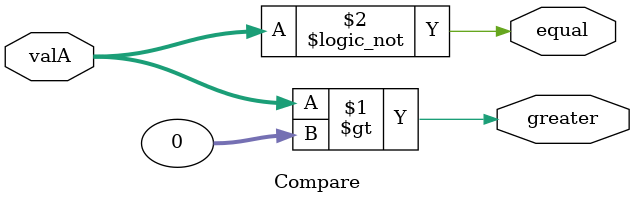
<source format=sv>
module Compare(
    
    input  logic signed [31:0] valA      ,
    
    output logic               greater   ,
    output logic               equal       
    
    );

assign greater   = (valA >  0) ;
assign equal     = (valA == 0) ;

    
endmodule

</source>
